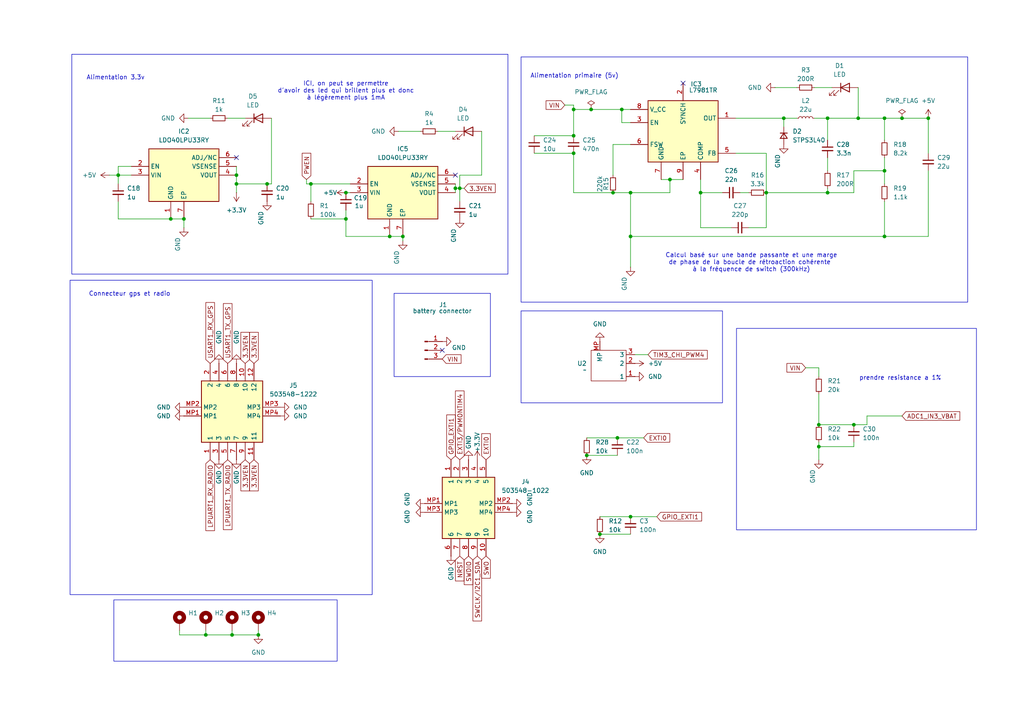
<source format=kicad_sch>
(kicad_sch (version 20231120) (generator "eeschema") (generator_version "8.0")
  (paper "A4")
  (lib_symbols
    (symbol "5035481022:503548-1022"
      (property "Reference" "J" (at 21.59 12.7 0))
      (property "Value" "503548-1022" (at 21.59 10.16 0))
      (symbol "503548-1022_1_1"
        (rectangle (start 5.08 7.62) (end 20.32 -10.16) (stroke (width 0.254)) (fill (type background)))
        (pin passive line (at 7.62 12.7 270) (length 5.08) (name "1") (number "1"))
        (pin passive line (at 17.78 -15.24 90) (length 5.08) (name "10") (number "10"))
        (pin passive line (at 10.16 12.7 270) (length 5.08) (name "2") (number "2"))
        (pin passive line (at 12.7 12.7 270) (length 5.08) (name "3") (number "3"))
        (pin passive line (at 15.24 12.7 270) (length 5.08) (name "4") (number "4"))
        (pin passive line (at 17.78 12.7 270) (length 5.08) (name "5") (number "5"))
        (pin passive line (at 7.62 -15.24 90) (length 5.08) (name "6") (number "6"))
        (pin passive line (at 10.16 -15.24 90) (length 5.08) (name "7") (number "7"))
        (pin passive line (at 12.7 -15.24 90) (length 5.08) (name "8") (number "8"))
        (pin passive line (at 15.24 -15.24 90) (length 5.08) (name "9") (number "9"))
        (pin passive line (at 0 0 0) (length 5.08) (name "MP1") (number "MP1"))
        (pin passive line (at 25.4 0 180) (length 5.08) (name "MP2") (number "MP2"))
        (pin passive line (at 0 -2.54 0) (length 5.08) (name "MP3") (number "MP3"))
        (pin passive line (at 25.4 -2.54 180) (length 5.08) (name "MP4") (number "MP4"))
      )
    )
    (symbol "5035481222:503548-1222"
      (property "Reference" "J" (at 24.13 12.7 0))
      (property "Value" "503548-1222" (at 24.13 10.16 0))
      (symbol "503548-1222_1_1"
        (rectangle (start 5.08 7.62) (end 22.86 -10.16) (stroke (width 0.254)) (fill (type background)))
        (pin passive line (at 7.62 -15.24 90) (length 5.08) (name "1") (number "1"))
        (pin passive line (at 17.78 12.7 270) (length 5.08) (name "10") (number "10"))
        (pin passive line (at 20.32 -15.24 90) (length 5.08) (name "11") (number "11"))
        (pin passive line (at 20.32 12.7 270) (length 5.08) (name "12") (number "12"))
        (pin passive line (at 7.62 12.7 270) (length 5.08) (name "2") (number "2"))
        (pin passive line (at 10.16 -15.24 90) (length 5.08) (name "3") (number "3"))
        (pin passive line (at 10.16 12.7 270) (length 5.08) (name "4") (number "4"))
        (pin passive line (at 12.7 -15.24 90) (length 5.08) (name "5") (number "5"))
        (pin passive line (at 12.7 12.7 270) (length 5.08) (name "6") (number "6"))
        (pin passive line (at 15.24 -15.24 90) (length 5.08) (name "7") (number "7"))
        (pin passive line (at 15.24 12.7 270) (length 5.08) (name "8") (number "8"))
        (pin passive line (at 17.78 -15.24 90) (length 5.08) (name "9") (number "9"))
        (pin passive line (at 0 -2.54 0) (length 5.08) (name "MP1") (number "MP1"))
        (pin passive line (at 0 0 0) (length 5.08) (name "MP2") (number "MP2"))
        (pin passive line (at 27.94 0 180) (length 5.08) (name "MP3") (number "MP3"))
        (pin passive line (at 27.94 -2.54 180) (length 5.08) (name "MP4") (number "MP4"))
      )
    )
    (symbol "Connector:Conn_01x03_Pin" (pin_names (offset 1.016) hide)
      (property "Reference" "J" (at 0 5.08 0))
      (property "Value" "Conn_01x03_Pin" (at 0 -5.08 0))
      (symbol "Conn_01x03_Pin_1_1"
        (polyline (pts (xy 1.27 -2.54) (xy 0.8636 -2.54)) (stroke (width 0.1524)))
        (polyline (pts (xy 1.27 0) (xy 0.8636 0)) (stroke (width 0.1524)))
        (polyline (pts (xy 1.27 2.54) (xy 0.8636 2.54)) (stroke (width 0.1524)))
        (rectangle (start 0.8636 -2.413) (end 0 -2.667) (stroke (width 0.1524)) (fill (type outline)))
        (rectangle (start 0.8636 0.127) (end 0 -0.127) (stroke (width 0.1524)) (fill (type outline)))
        (rectangle (start 0.8636 2.667) (end 0 2.413) (stroke (width 0.1524)) (fill (type outline)))
        (pin passive line (at 5.08 2.54 180) (length 3.81) (name "Pin_1") (number "1"))
        (pin passive line (at 5.08 0 180) (length 3.81) (name "Pin_2") (number "2"))
        (pin passive line (at 5.08 -2.54 180) (length 3.81) (name "Pin_3") (number "3"))
      )
    )
    (symbol "Device:C_Small" (pin_numbers hide) (pin_names (offset 0.254) hide)
      (property "Reference" "C" (at 0.254 1.778 0))
      (property "Value" "C_Small" (at 0.254 -2.032 0))
      (symbol "C_Small_0_1"
        (polyline (pts (xy -1.524 -0.508) (xy 1.524 -0.508)) (stroke (width 0.3302)))
        (polyline (pts (xy -1.524 0.508) (xy 1.524 0.508)) (stroke (width 0.3048)))
      )
      (symbol "C_Small_1_1"
        (pin passive line (at 0 2.54 270) (length 2.032) (name "~") (number "1"))
        (pin passive line (at 0 -2.54 90) (length 2.032) (name "~") (number "2"))
      )
    )
    (symbol "Device:D_Small" (pin_numbers hide) (pin_names (offset 0.254) hide)
      (property "Reference" "D" (at -1.27 2.032 0))
      (property "Value" "D_Small" (at -3.81 -2.032 0))
      (symbol "D_Small_0_1"
        (polyline (pts (xy -0.762 -1.016) (xy -0.762 1.016)) (stroke (width 0.254)))
        (polyline (pts (xy -0.762 0) (xy 0.762 0)))
        (polyline (pts (xy 0.762 -1.016) (xy -0.762 0) (xy 0.762 1.016) (xy 0.762 -1.016)) (stroke (width 0.254)))
      )
      (symbol "D_Small_1_1"
        (pin passive line (at -2.54 0 0) (length 1.778) (name "K") (number "1"))
        (pin passive line (at 2.54 0 180) (length 1.778) (name "A") (number "2"))
      )
    )
    (symbol "Device:LED" (pin_numbers hide) (pin_names (offset 1.016) hide)
      (property "Reference" "D" (at 0 2.54 0))
      (property "Value" "LED" (at 0 -2.54 0))
      (symbol "LED_0_1"
        (polyline (pts (xy -1.27 -1.27) (xy -1.27 1.27)) (stroke (width 0.254)))
        (polyline (pts (xy -1.27 0) (xy 1.27 0)))
        (polyline (pts (xy 1.27 -1.27) (xy 1.27 1.27) (xy -1.27 0) (xy 1.27 -1.27)) (stroke (width 0.254)))
        (polyline (pts (xy -3.048 -0.762) (xy -4.572 -2.286) (xy -3.81 -2.286) (xy -4.572 -2.286) (xy -4.572 -1.524)))
        (polyline (pts (xy -1.778 -0.762) (xy -3.302 -2.286) (xy -2.54 -2.286) (xy -3.302 -2.286) (xy -3.302 -1.524)))
      )
      (symbol "LED_1_1"
        (pin passive line (at -3.81 0 0) (length 2.54) (name "K") (number "1"))
        (pin passive line (at 3.81 0 180) (length 2.54) (name "A") (number "2"))
      )
    )
    (symbol "Device:L_Small" (pin_numbers hide) (pin_names (offset 0.254) hide)
      (property "Reference" "L" (at 0.762 1.016 0))
      (property "Value" "L_Small" (at 0.762 -1.016 0))
      (symbol "L_Small_0_1"
        (arc (start 0 -2.032) (mid 0.5058 -1.524) (end 0 -1.016))
        (arc (start 0 -1.016) (mid 0.5058 -0.508) (end 0 0))
        (arc (start 0 0) (mid 0.5058 0.508) (end 0 1.016))
        (arc (start 0 1.016) (mid 0.5058 1.524) (end 0 2.032))
      )
      (symbol "L_Small_1_1"
        (pin passive line (at 0 2.54 270) (length 0.508) (name "~") (number "1"))
        (pin passive line (at 0 -2.54 90) (length 0.508) (name "~") (number "2"))
      )
    )
    (symbol "Device:R_Small" (pin_numbers hide) (pin_names (offset 0.254) hide)
      (property "Reference" "R" (at 0.762 0.508 0))
      (property "Value" "R_Small" (at 0.762 -1.016 0))
      (symbol "R_Small_0_1"
        (rectangle (start -0.762 1.778) (end 0.762 -1.778) (stroke (width 0.2032)))
      )
      (symbol "R_Small_1_1"
        (pin passive line (at 0 2.54 270) (length 0.762) (name "~") (number "1"))
        (pin passive line (at 0 -2.54 90) (length 0.762) (name "~") (number "2"))
      )
    )
    (symbol "L7981TR_1"
      (property "Reference" "IC" (at 26.67 7.62 0))
      (property "Value" "L7981TR" (at 26.67 5.08 0))
      (symbol "L7981TR_1_1_1"
        (rectangle (start 5.08 2.54) (end 25.4 -15.24) (stroke (width 0.254)) (fill (type background)))
        (pin passive line (at 30.48 -2.54 180) (length 5.08) (name "OUT") (number "1"))
        (pin passive line (at 15.24 7.62 270) (length 5.08) (name "SYNCH") (number "2"))
        (pin passive line (at 0 -3.81 0) (length 5.08) (name "EN") (number "3"))
        (pin passive line (at 20.32 -20.32 90) (length 5.08) (name "COMP") (number "4"))
        (pin passive line (at 30.48 -12.7 180) (length 5.08) (name "FB") (number "5"))
        (pin passive line (at 0 -10.16 0) (length 5.08) (name "FSW") (number "6"))
        (pin passive line (at 8.89 -20.32 90) (length 5.08) (name "GND") (number "7"))
        (pin passive line (at 0 0 0) (length 5.08) (name "V_CC") (number "8"))
        (pin passive line (at 15.24 -20.32 90) (length 5.08) (name "EP") (number "9"))
      )
    )
    (symbol "LD040PURY:LDO40LPU33RY"
      (property "Reference" "IC5" (at 15.24 7.62 0))
      (property "Value" "LDO40LPU33RY" (at 15.24 5.08 0))
      (symbol "LDO40LPU33RY_1_1"
        (rectangle (start 5.08 2.54) (end 25.4 -12.7) (stroke (width 0.254)) (fill (type background)))
        (pin passive line (at 11.43 -17.78 90) (length 5.08) (name "GND") (number "1"))
        (pin passive line (at 0 -2.54 0) (length 5.08) (name "EN") (number "2"))
        (pin passive line (at 0 -5.08 0) (length 5.08) (name "VIN") (number "3"))
        (pin passive line (at 30.48 -5.08 180) (length 5.08) (name "VOUT") (number "4"))
        (pin passive line (at 30.48 -2.54 180) (length 5.08) (name "VSENSE") (number "5"))
        (pin passive line (at 30.48 0 180) (length 5.08) (name "ADJ/NC") (number "6"))
        (pin passive line (at 15.24 -17.78 90) (length 5.08) (name "EP") (number "7"))
      )
    )
    (symbol "LDO40LPU33RY_1"
      (property "Reference" "IC2" (at 15.24 7.62 0))
      (property "Value" "LDO40LPU33RY" (at 15.24 5.08 0))
      (symbol "LDO40LPU33RY_1_1_1"
        (rectangle (start 5.08 2.54) (end 25.4 -12.7) (stroke (width 0.254)) (fill (type background)))
        (pin passive line (at 11.43 -17.78 90) (length 5.08) (name "GND") (number "1"))
        (pin passive line (at 0 -2.54 0) (length 5.08) (name "EN") (number "2"))
        (pin passive line (at 0 -5.08 0) (length 5.08) (name "VIN") (number "3"))
        (pin passive line (at 30.48 -5.08 180) (length 5.08) (name "VOUT") (number "4"))
        (pin passive line (at 30.48 -2.54 180) (length 5.08) (name "VSENSE") (number "5"))
        (pin passive line (at 30.48 0 180) (length 5.08) (name "ADJ/NC") (number "6"))
        (pin passive line (at 15.24 -17.78 90) (length 5.08) (name "EP") (number "7"))
      )
    )
    (symbol "Mechanical:MountingHole_Pad" (pin_numbers hide) (pin_names (offset 1.016) hide) (exclude_from_sim yes) (in_bom no)
      (property "Reference" "H" (at 0 6.35 0))
      (property "Value" "MountingHole_Pad" (at 0 4.445 0))
      (symbol "MountingHole_Pad_0_1"
        (circle (center 0 1.27) (radius 1.27) (stroke (width 1.27)))
      )
      (symbol "MountingHole_Pad_1_1"
        (pin input line (at 0 -2.54 90) (length 2.54) (name "1") (number "1"))
      )
    )
    (symbol "jst_librairie:bm03b"
      (property "Reference" "U" (at 0 0 0))
      (symbol "bm03b_0_1"
        (rectangle (start -5.08 3.81) (end 5.08 -5.08))
      )
      (symbol "bm03b_1_1"
        (pin free line (at -7.62 2.54 0) (length 2.54) (name "1") (number "1"))
        (pin free line (at -7.62 -1.27 0) (length 2.54) (name "2") (number "2"))
        (pin free line (at -7.62 -3.81 0) (length 2.54) (name "3") (number "3"))
        (pin free line (at 2.54 -7.62 90) (length 2.54) (name "MP") (number "MP"))
      )
    )
    (symbol "power:+3.3V" (power) (pin_numbers hide) (pin_names (offset 0) hide)
      (property "Value" "+3.3V" (at 0 3.556 0))
      (symbol "+3.3V_0_1"
        (polyline (pts (xy -0.762 1.27) (xy 0 2.54)))
        (polyline (pts (xy 0 0) (xy 0 2.54)))
        (polyline (pts (xy 0 2.54) (xy 0.762 1.27)))
      )
      (symbol "+3.3V_1_1"
        (pin power_in line (at 0 0 90) (length 0) (name "~") (number "1"))
      )
    )
    (symbol "power:+5V" (power) (pin_numbers hide) (pin_names (offset 0) hide)
      (property "Value" "+5V" (at 0 3.556 0))
      (symbol "+5V_0_1"
        (polyline (pts (xy -0.762 1.27) (xy 0 2.54)))
        (polyline (pts (xy 0 0) (xy 0 2.54)))
        (polyline (pts (xy 0 2.54) (xy 0.762 1.27)))
      )
      (symbol "+5V_1_1"
        (pin power_in line (at 0 0 90) (length 0) (name "~") (number "1"))
      )
    )
    (symbol "power:GND" (power) (pin_numbers hide) (pin_names (offset 0) hide)
      (property "Value" "GND" (at 0 -3.81 0))
      (symbol "GND_0_1"
        (polyline (pts (xy 0 0) (xy 0 -1.27) (xy 1.27 -1.27) (xy 0 -2.54) (xy -1.27 -1.27) (xy 0 -1.27)))
      )
      (symbol "GND_1_1"
        (pin power_in line (at 0 0 270) (length 0) (name "~") (number "1"))
      )
    )
    (symbol "power:PWR_FLAG" (power) (pin_numbers hide) (pin_names (offset 0) hide)
      (property "Value" "PWR_FLAG" (at 0 3.81 0))
      (symbol "PWR_FLAG_0_0"
        (pin power_out line (at 0 0 90) (length 0) (name "~") (number "1"))
      )
      (symbol "PWR_FLAG_0_1"
        (polyline (pts (xy 0 0) (xy 0 1.27) (xy -1.016 1.905) (xy 0 2.54) (xy 1.016 1.905) (xy 0 1.27)))
      )
    )
  )
  (junction (at 68.58 53.34))
  (junction (at 171.45 31.75))
  (junction (at 77.47 53.34))
  (junction (at 166.37 39.37))
  (junction (at 240.03 55.88))
  (junction (at 180.34 31.75))
  (junction (at 222.25 55.88))
  (junction (at 166.37 31.75))
  (junction (at 90.17 53.34))
  (junction (at 237.49 123.19))
  (junction (at 67.31 184.15))
  (junction (at 100.33 55.88))
  (junction (at 194.31 52.07))
  (junction (at 34.29 50.8))
  (junction (at 248.92 34.29))
  (junction (at 166.37 44.45))
  (junction (at 256.54 49.53))
  (junction (at 179.07 127))
  (junction (at 100.33 63.5))
  (junction (at 240.03 34.29))
  (junction (at 173.99 154.94))
  (junction (at 182.88 68.58))
  (junction (at 182.88 55.88))
  (junction (at 132.08 54.61))
  (junction (at 49.53 63.5))
  (junction (at 182.88 149.86))
  (junction (at 269.24 34.29))
  (junction (at 59.69 184.15))
  (junction (at 133.35 54.61))
  (junction (at 170.18 132.08))
  (junction (at 227.33 34.29))
  (junction (at 177.8 55.88))
  (junction (at 256.54 34.29))
  (junction (at 256.54 68.58))
  (junction (at 237.49 129.54))
  (junction (at 116.84 68.58))
  (junction (at 53.34 63.5))
  (junction (at 247.65 123.19))
  (junction (at 113.03 68.58))
  (junction (at 261.62 34.29))
  (junction (at 203.2 55.88))
  (junction (at 74.93 184.15))
  (junction (at 68.58 50.8))
  (no_connect (at 68.58 45.72))
  (no_connect (at 128.27 101.6))
  (no_connect (at 132.08 50.8))
  (no_connect (at 198.12 24.13))
  (wire (pts (xy 170.18 132.08) (xy 179.07 132.08)))
  (wire (pts (xy 247.65 55.88) (xy 247.65 49.53)))
  (wire (pts (xy 133.35 54.61) (xy 134.62 54.61)))
  (wire (pts (xy 173.99 149.86) (xy 182.88 149.86)))
  (wire (pts (xy 237.49 106.68) (xy 233.68 106.68)))
  (wire (pts (xy 179.07 127) (xy 186.69 127)))
  (wire (pts (xy 177.8 41.91) (xy 177.8 50.8)))
  (wire (pts (xy 251.46 120.65) (xy 251.46 123.19)))
  (wire (pts (xy 247.65 49.53) (xy 256.54 49.53)))
  (wire (pts (xy 240.03 34.29) (xy 240.03 40.64)))
  (wire (pts (xy 236.22 25.4) (xy 241.3 25.4)))
  (wire (pts (xy 132.08 54.61) (xy 133.35 54.61)))
  (wire (pts (xy 191.77 52.07) (xy 194.31 52.07)))
  (wire (pts (xy 237.49 128.27) (xy 237.49 129.54)))
  (wire (pts (xy 34.29 50.8) (xy 38.1 50.8)))
  (wire (pts (xy 182.88 35.56) (xy 180.34 35.56)))
  (wire (pts (xy 166.37 30.48) (xy 163.83 30.48)))
  (wire (pts (xy 31.75 50.8) (xy 34.29 50.8)))
  (wire (pts (xy 237.49 109.22) (xy 237.49 106.68)))
  (wire (pts (xy 222.25 44.45) (xy 222.25 55.88)))
  (wire (pts (xy 52.07 184.15) (xy 52.07 182.88)))
  (wire (pts (xy 248.92 34.29) (xy 240.03 34.29)))
  (wire (pts (xy 182.88 41.91) (xy 177.8 41.91)))
  (wire (pts (xy 133.35 54.61) (xy 133.35 58.42)))
  (wire (pts (xy 67.31 184.15) (xy 74.93 184.15)))
  (wire (pts (xy 261.62 34.29) (xy 256.54 34.29)))
  (wire (pts (xy 180.34 31.75) (xy 171.45 31.75)))
  (wire (pts (xy 222.25 55.88) (xy 240.03 55.88)))
  (wire (pts (xy 182.88 77.47) (xy 182.88 68.58)))
  (wire (pts (xy 139.7 38.1) (xy 139.7 50.8)))
  (wire (pts (xy 54.61 34.29) (xy 60.96 34.29)))
  (wire (pts (xy 100.33 60.96) (xy 100.33 63.5)))
  (wire (pts (xy 194.31 52.07) (xy 198.12 52.07)))
  (wire (pts (xy 194.31 55.88) (xy 194.31 52.07)))
  (wire (pts (xy 203.2 55.88) (xy 209.55 55.88)))
  (wire (pts (xy 59.69 184.15) (xy 59.69 182.88)))
  (wire (pts (xy 139.7 50.8) (xy 133.35 50.8)))
  (wire (pts (xy 269.24 34.29) (xy 261.62 34.29)))
  (wire (pts (xy 68.58 48.26) (xy 68.58 50.8)))
  (wire (pts (xy 213.36 44.45) (xy 222.25 44.45)))
  (wire (pts (xy 53.34 66.04) (xy 53.34 63.5)))
  (wire (pts (xy 154.94 39.37) (xy 166.37 39.37)))
  (wire (pts (xy 237.49 129.54) (xy 237.49 133.35)))
  (wire (pts (xy 256.54 58.42) (xy 256.54 68.58)))
  (wire (pts (xy 203.2 66.04) (xy 203.2 55.88)))
  (wire (pts (xy 182.88 68.58) (xy 182.88 55.88)))
  (wire (pts (xy 256.54 68.58) (xy 269.24 68.58)))
  (wire (pts (xy 173.99 154.94) (xy 182.88 154.94)))
  (wire (pts (xy 227.33 34.29) (xy 227.33 36.83)))
  (wire (pts (xy 100.33 68.58) (xy 113.03 68.58)))
  (wire (pts (xy 68.58 53.34) (xy 68.58 55.88)))
  (wire (pts (xy 34.29 58.42) (xy 34.29 63.5)))
  (wire (pts (xy 133.35 50.8) (xy 133.35 54.61)))
  (wire (pts (xy 240.03 55.88) (xy 240.03 54.61)))
  (wire (pts (xy 100.33 55.88) (xy 101.6 55.88)))
  (wire (pts (xy 166.37 31.75) (xy 166.37 39.37)))
  (wire (pts (xy 247.65 128.27) (xy 247.65 129.54)))
  (wire (pts (xy 237.49 114.3) (xy 237.49 123.19)))
  (wire (pts (xy 113.03 68.58) (xy 116.84 68.58)))
  (wire (pts (xy 74.93 182.88) (xy 74.93 184.15)))
  (wire (pts (xy 116.84 69.85) (xy 116.84 68.58)))
  (wire (pts (xy 212.09 66.04) (xy 203.2 66.04)))
  (wire (pts (xy 171.45 31.75) (xy 166.37 31.75)))
  (wire (pts (xy 59.69 184.15) (xy 67.31 184.15)))
  (wire (pts (xy 256.54 68.58) (xy 182.88 68.58)))
  (wire (pts (xy 67.31 182.88) (xy 67.31 184.15)))
  (wire (pts (xy 182.88 55.88) (xy 194.31 55.88)))
  (wire (pts (xy 184.15 102.87) (xy 187.96 102.87)))
  (wire (pts (xy 166.37 30.48) (xy 166.37 31.75)))
  (wire (pts (xy 240.03 55.88) (xy 247.65 55.88)))
  (wire (pts (xy 68.58 50.8) (xy 68.58 53.34)))
  (wire (pts (xy 90.17 53.34) (xy 101.6 53.34)))
  (wire (pts (xy 132.08 53.34) (xy 132.08 54.61)))
  (wire (pts (xy 203.2 55.88) (xy 203.2 52.07)))
  (wire (pts (xy 49.53 63.5) (xy 53.34 63.5)))
  (wire (pts (xy 182.88 31.75) (xy 180.34 31.75)))
  (wire (pts (xy 52.07 184.15) (xy 59.69 184.15)))
  (wire (pts (xy 88.9 52.07) (xy 88.9 53.34)))
  (wire (pts (xy 90.17 53.34) (xy 90.17 58.42)))
  (wire (pts (xy 115.57 38.1) (xy 121.92 38.1)))
  (wire (pts (xy 127 38.1) (xy 132.08 38.1)))
  (wire (pts (xy 78.74 34.29) (xy 78.74 53.34)))
  (wire (pts (xy 34.29 63.5) (xy 49.53 63.5)))
  (wire (pts (xy 182.88 149.86) (xy 190.5 149.86)))
  (wire (pts (xy 256.54 49.53) (xy 256.54 53.34)))
  (wire (pts (xy 256.54 45.72) (xy 256.54 49.53)))
  (wire (pts (xy 269.24 68.58) (xy 269.24 49.53)))
  (wire (pts (xy 240.03 45.72) (xy 240.03 49.53)))
  (wire (pts (xy 247.65 129.54) (xy 237.49 129.54)))
  (wire (pts (xy 261.62 120.65) (xy 251.46 120.65)))
  (wire (pts (xy 88.9 53.34) (xy 90.17 53.34)))
  (wire (pts (xy 68.58 53.34) (xy 77.47 53.34)))
  (wire (pts (xy 237.49 123.19) (xy 247.65 123.19)))
  (wire (pts (xy 227.33 34.29) (xy 231.14 34.29)))
  (wire (pts (xy 34.29 50.8) (xy 34.29 53.34)))
  (wire (pts (xy 132.08 54.61) (xy 132.08 55.88)))
  (wire (pts (xy 34.29 48.26) (xy 34.29 50.8)))
  (wire (pts (xy 251.46 123.19) (xy 247.65 123.19)))
  (wire (pts (xy 180.34 35.56) (xy 180.34 31.75)))
  (wire (pts (xy 154.94 44.45) (xy 166.37 44.45)))
  (wire (pts (xy 166.37 55.88) (xy 177.8 55.88)))
  (wire (pts (xy 213.36 34.29) (xy 227.33 34.29)))
  (wire (pts (xy 100.33 63.5) (xy 100.33 68.58)))
  (wire (pts (xy 166.37 44.45) (xy 166.37 55.88)))
  (wire (pts (xy 214.63 55.88) (xy 217.17 55.88)))
  (wire (pts (xy 78.74 53.34) (xy 77.47 53.34)))
  (wire (pts (xy 236.22 34.29) (xy 240.03 34.29)))
  (wire (pts (xy 248.92 25.4) (xy 248.92 34.29)))
  (wire (pts (xy 170.18 127) (xy 179.07 127)))
  (wire (pts (xy 38.1 48.26) (xy 34.29 48.26)))
  (wire (pts (xy 256.54 34.29) (xy 248.92 34.29)))
  (wire (pts (xy 66.04 34.29) (xy 71.12 34.29)))
  (wire (pts (xy 177.8 55.88) (xy 182.88 55.88)))
  (wire (pts (xy 90.17 63.5) (xy 100.33 63.5)))
  (wire (pts (xy 222.25 66.04) (xy 217.17 66.04)))
  (wire (pts (xy 224.79 25.4) (xy 231.14 25.4)))
  (wire (pts (xy 269.24 44.45) (xy 269.24 34.29)))
  (wire (pts (xy 222.25 55.88) (xy 222.25 66.04)))
  (wire (pts (xy 256.54 40.64) (xy 256.54 34.29)))
  (rectangle (start 114.3 85.09) (end 142.24 109.22))
  (rectangle (start 151.13 90.17) (end 209.55 116.84))
  (rectangle (start 151.13 16.51) (end 280.67 87.63))
  (rectangle (start 33.02 173.99) (end 97.79 191.77))
  (rectangle (start 20.828 15.748) (end 147.32 79.502))
  (rectangle (start 213.614 95.25) (end 283.21 153.67))
  (rectangle (start 20.32 81.28) (end 107.95 172.466))
  (text "Alimentation primaire (5v)" (at 166.624 22.098 0) (effects (font (size 1.27 1.27))))
  (text "Alimentation 3.3v" (at 33.528 22.606 0) (effects (font (size 1.27 1.27))))
  (text "prendre resistance a 1%\n" (at 261.112 109.728 0) (effects (font (size 1.27 1.27))))
  (text "Connecteur gps et radio" (at 37.592 85.344 0) (effects (font (size 1.27 1.27))))
  (text "ICI, on peut se permettre\nd'avoir des led qui brillent plus et donc\nà légèrement plus 1mA" (at 100.33 26.416 0) (effects (font (size 1.27 1.27))))
  (text "Calcul basé sur une bande passante et une marge\nde phase de la boucle de rétroaction cohérente \nà la fréquence de switch (300kHz)" (at 217.932 76.2 0) (effects (font (size 1.27 1.27))))
  (global_label "SWDIO" (shape input) (at 135.89 161.29 270) (property "Intersheetrefs" "${INTERSHEET_REFS}" (effects (hide yes))))
  (global_label "SWO" (shape input) (at 140.97 161.29 270) (property "Intersheetrefs" "${INTERSHEET_REFS}" (effects (hide yes))))
  (global_label "3.3VEN" (shape input) (at 71.12 133.35 270) (property "Intersheetrefs" "${INTERSHEET_REFS}" (effects (hide yes))))
  (global_label "LPUART1_RX_RADIO" (shape input) (at 60.96 133.35 270) (property "Intersheetrefs" "${INTERSHEET_REFS}" (effects (hide yes))))
  (global_label "3.3VEN" (shape input) (at 71.12 105.41 90) (property "Intersheetrefs" "${INTERSHEET_REFS}" (effects (hide yes))))
  (global_label "GPIO_EXTI1" (shape input) (at 190.5 149.86 0) (property "Intersheetrefs" "${INTERSHEET_REFS}" (effects (hide yes))))
  (global_label "VIN" (shape input) (at 233.68 106.68 180) (property "Intersheetrefs" "${INTERSHEET_REFS}" (effects (hide yes))))
  (global_label "3.3VEN" (shape input) (at 73.66 133.35 270) (property "Intersheetrefs" "${INTERSHEET_REFS}" (effects (hide yes))))
  (global_label "USART1_TX_GPS" (shape input) (at 66.04 105.41 90) (property "Intersheetrefs" "${INTERSHEET_REFS}" (effects (hide yes))))
  (global_label "3.3VEN" (shape input) (at 134.62 54.61 0) (property "Intersheetrefs" "${INTERSHEET_REFS}" (effects (hide yes))))
  (global_label "3.3VEN" (shape input) (at 73.66 105.41 90) (property "Intersheetrefs" "${INTERSHEET_REFS}" (effects (hide yes))))
  (global_label "TIM3_CHI_PWM4" (shape input) (at 187.96 102.87 0) (property "Intersheetrefs" "${INTERSHEET_REFS}" (effects (hide yes))))
  (global_label "USART1_RX_GPS" (shape input) (at 60.96 105.41 90) (property "Intersheetrefs" "${INTERSHEET_REFS}" (effects (hide yes))))
  (global_label "ADC1_IN3_VBAT" (shape input) (at 261.62 120.65 0) (property "Intersheetrefs" "${INTERSHEET_REFS}" (effects (hide yes))))
  (global_label "EXTI0" (shape input) (at 140.97 133.35 90) (property "Intersheetrefs" "${INTERSHEET_REFS}" (effects (hide yes))))
  (global_label "VIN" (shape input) (at 163.83 30.48 180) (property "Intersheetrefs" "${INTERSHEET_REFS}" (effects (hide yes))))
  (global_label "EXTI3{slash}PWMONTIM4" (shape input) (at 133.35 133.35 90) (property "Intersheetrefs" "${INTERSHEET_REFS}" (effects (hide yes))))
  (global_label "GPIO_EXTI1" (shape input) (at 130.81 133.35 90) (property "Intersheetrefs" "${INTERSHEET_REFS}" (effects (hide yes))))
  (global_label "PWEN" (shape input) (at 88.9 52.07 90) (property "Intersheetrefs" "${INTERSHEET_REFS}" (effects (hide yes))))
  (global_label "VIN" (shape input) (at 128.27 104.14 0) (property "Intersheetrefs" "${INTERSHEET_REFS}" (effects (hide yes))))
  (global_label "EXTI0" (shape input) (at 186.69 127 0) (property "Intersheetrefs" "${INTERSHEET_REFS}" (effects (hide yes))))
  (global_label "NRST" (shape input) (at 133.35 161.29 270) (property "Intersheetrefs" "${INTERSHEET_REFS}" (effects (hide yes))))
  (global_label "LPUART1_TX_RADIO" (shape input) (at 66.04 133.35 270) (property "Intersheetrefs" "${INTERSHEET_REFS}" (effects (hide yes))))
  (global_label "SWCLK{slash}I2C1_SDA" (shape input) (at 138.43 161.29 270) (property "Intersheetrefs" "${INTERSHEET_REFS}" (effects (hide yes))))
  (symbol (lib_id "Device:D_Small") (at 227.33 39.37 270) (unit 1)
    (property "Reference" "D2" (at 229.87 38.0999 90) (effects (justify left)))
    (property "Value" "STPS3L40" (at 229.87 40.6399 90) (effects (justify left)))
    (property "Footprint" "Diode_SMD:D_SMB_Handsoldering" (effects (hide yes)))
    (property "Description" "Diode, small symbol" (effects (hide yes)))
    (property "Sim.Device" "D" (effects (hide yes)))
    (property "Sim.Pins" "1=K 2=A" (effects (hide yes)))
  )
  (symbol (lib_id "power:GND") (at 224.79 25.4 270) (unit 1)
    (property "Reference" "#PWR04" (effects (hide yes)))
    (property "Value" "GND" (at 220.98 25.3999 90) (effects (justify right)))
    (property "Description" "Power symbol creates a global label with name \"GND\" , ground" (effects (hide yes)))
  )
  (symbol (lib_id "power:GND") (at 184.15 109.22 90) (unit 1)
    (property "Reference" "#PWR048" (effects (hide yes)))
    (property "Value" "GND" (at 187.96 109.22 90) (effects (justify right)))
    (property "Description" "Power symbol creates a global label with name \"GND\" , ground" (effects (hide yes)))
  )
  (symbol (lib_id "power:GND") (at 237.49 133.35 0) (unit 1)
    (property "Reference" "#PWR039" (effects (hide yes)))
    (property "Value" "GND" (at 235.712 136.144 90) (effects (justify right)))
    (property "Description" "Power symbol creates a global label with name \"GND\" , ground" (effects (hide yes)))
  )
  (symbol (lib_id "Device:C_Small") (at 133.35 60.96 0) (unit 1)
    (property "Reference" "C21" (at 135.89 59.6962 0) (effects (justify left)))
    (property "Value" "1u" (at 135.89 62.2362 0) (effects (justify left)))
    (property "Footprint" "Capacitor_SMD:C_0402_1005Metric_Pad0.74x0.62mm_HandSolder" (effects (hide yes)))
    (property "Description" "Unpolarized capacitor, small symbol" (effects (hide yes)))
  )
  (symbol (lib_id "Device:R_Small") (at 240.03 52.07 0) (unit 1)
    (property "Reference" "R17" (at 242.57 50.7999 0) (effects (justify left)))
    (property "Value" "200R" (at 242.57 53.3399 0) (effects (justify left)))
    (property "Footprint" "Resistor_SMD:R_0402_1005Metric_Pad0.72x0.64mm_HandSolder" (effects (hide yes)))
    (property "Description" "Resistor, small symbol" (effects (hide yes)))
  )
  (symbol (lib_id "power:+5V") (at 269.24 34.29 0) (unit 1)
    (property "Reference" "#PWR029" (effects (hide yes)))
    (property "Value" "+5V" (at 269.24 29.21 0))
    (property "Description" "Power symbol creates a global label with name \"+5V\"" (effects (hide yes)))
  )
  (symbol (lib_id "Device:LED") (at 135.89 38.1 0) (unit 1)
    (property "Reference" "D4" (at 134.3025 31.75 0))
    (property "Value" "LED" (at 134.3025 34.29 0))
    (property "Footprint" "LED_SMD:LED_0603_1608Metric_Pad1.05x0.95mm_HandSolder" (effects (hide yes)))
    (property "Description" "Light emitting diode" (effects (hide yes)))
  )
  (symbol (lib_id "power:GND") (at 53.34 66.04 0) (unit 1)
    (property "Reference" "#PWR045" (effects (hide yes)))
    (property "Value" "GND" (at 51.562 68.834 90) (effects (justify right)))
    (property "Description" "Power symbol creates a global label with name \"GND\" , ground" (effects (hide yes)))
  )
  (symbol (lib_id "Device:LED") (at 245.11 25.4 0) (unit 1)
    (property "Reference" "D1" (at 243.5225 19.05 0))
    (property "Value" "LED" (at 243.5225 21.59 0))
    (property "Footprint" "LED_SMD:LED_0603_1608Metric_Pad1.05x0.95mm_HandSolder" (effects (hide yes)))
    (property "Description" "Light emitting diode" (effects (hide yes)))
  )
  (symbol (lib_id "power:GND") (at 182.88 77.47 0) (unit 1)
    (property "Reference" "#PWR025" (effects (hide yes)))
    (property "Value" "GND" (at 181.102 80.264 90) (effects (justify right)))
    (property "Description" "Power symbol creates a global label with name \"GND\" , ground" (effects (hide yes)))
  )
  (symbol (lib_id "power:GND") (at 173.99 154.94 0) (unit 1)
    (property "Reference" "#PWR055" (effects (hide yes)))
    (property "Value" "GND" (at 173.99 160.02 0))
    (property "Description" "Power symbol creates a global label with name \"GND\" , ground" (effects (hide yes)))
  )
  (symbol (lib_id "Device:R_Small") (at 256.54 43.18 0) (unit 1)
    (property "Reference" "R18" (at 259.08 41.9099 0) (effects (justify left)))
    (property "Value" "8.2k" (at 259.08 44.4499 0) (effects (justify left)))
    (property "Footprint" "Resistor_SMD:R_0402_1005Metric_Pad0.72x0.64mm_HandSolder" (effects (hide yes)))
    (property "Description" "Resistor, small symbol" (effects (hide yes)))
  )
  (symbol (lib_id "Device:R_Small") (at 124.46 38.1 90) (unit 1)
    (property "Reference" "R4" (at 124.46 33.02 90))
    (property "Value" "1k" (at 124.46 35.56 90))
    (property "Footprint" "Resistor_SMD:R_0402_1005Metric_Pad0.72x0.64mm_HandSolder" (effects (hide yes)))
    (property "Description" "Resistor, small symbol" (effects (hide yes)))
  )
  (symbol (lib_id "power:GND") (at 68.58 105.41 180) (unit 1)
    (property "Reference" "#PWR058" (effects (hide yes)))
    (property "Value" "GND" (at 68.58 97.79 90))
    (property "Description" "Power symbol creates a global label with name \"GND\" , ground" (effects (hide yes)))
  )
  (symbol (lib_id "power:GND") (at 128.27 99.06 90) (unit 1)
    (property "Reference" "#PWR031" (effects (hide yes)))
    (property "Value" "GND" (at 131.064 100.838 90) (effects (justify right)))
    (property "Description" "Power symbol creates a global label with name \"GND\" , ground" (effects (hide yes)))
  )
  (symbol (lib_id "power:PWR_FLAG") (at 261.62 34.29 0) (unit 1)
    (property "Reference" "#FLG05" (effects (hide yes)))
    (property "Value" "PWR_FLAG" (at 261.62 29.21 0))
    (property "Description" "Special symbol for telling ERC where power comes from" (effects (hide yes)))
  )
  (symbol (lib_id "Device:R_Small") (at 90.17 60.96 0) (unit 1)
    (property "Reference" "R1" (at 92.71 59.6899 0) (effects (justify left)))
    (property "Value" "100k" (at 92.71 62.2299 0) (effects (justify left)))
    (property "Footprint" "Resistor_SMD:R_0402_1005Metric_Pad0.72x0.64mm_HandSolder" (effects (hide yes)))
    (property "Description" "Resistor, small symbol" (effects (hide yes)))
  )
  (symbol (lib_name "L7981TR_1") (lib_id "L7981TR:L7981TR") (at 182.88 31.75 0) (unit 1)
    (property "Reference" "IC3" (at 201.93 24.384 0))
    (property "Value" "L7981TR" (at 203.962 26.162 0))
    (property "Footprint" "l7981:SON50P300X300X100-9N-D" (effects (hide yes)))
    (property "Datasheet" "https://www.st.com/resource/en/datasheet/l7981.pdf" (effects (hide yes)))
    (property "Description" "Conv DC-DC 4.5V to 28V Synchronous Step Down Single-Out 0.6V to 28V 3A 8-Pin VFQFPN T/R" (effects (hide yes)))
    (property "Height" "1" (effects (hide yes)))
    (property "Manufacturer_Name" "STMicroelectronics" (effects (hide yes)))
    (property "Manufacturer_Part_Number" "L7981TR" (effects (hide yes)))
    (property "Mouser Part Number" "511-L7981TR" (effects (hide yes)))
    (property "Mouser Price/Stock" "https://www.mouser.co.uk/ProductDetail/STMicroelectronics/L7981TR?qs=G5few1MRhWqTaPtAUnDRAw%3D%3D" (effects (hide yes)))
    (property "Arrow Part Number" "L7981TR" (effects (hide yes)))
    (property "Arrow Price/Stock" "https://www.arrow.com/en/products/l7981tr/stmicroelectronics" (effects (hide yes)))
  )
  (symbol (lib_id "Connector:Conn_01x03_Pin") (at 123.19 101.6 0) (unit 1)
    (property "Reference" "J1" (at 128.524 88.392 0))
    (property "Value" "battery connector" (at 128.27 90.17 0))
    (property "Footprint" "Connector_JST:JST_XH_B3B-XH-AM_1x03_P2.50mm_Vertical" (effects (hide yes)))
    (property "Description" "Generic connector, single row, 01x03, script generated" (effects (hide yes)))
  )
  (symbol (lib_id "power:GND") (at 148.59 146.05 90) (unit 1)
    (property "Reference" "#PWR051" (effects (hide yes)))
    (property "Value" "GND" (at 153.67 144.78 0))
    (property "Description" "Power symbol creates a global label with name \"GND\" , ground" (effects (hide yes)))
  )
  (symbol (lib_id "power:GND") (at 81.28 118.11 90) (unit 1)
    (property "Reference" "#PWR036" (effects (hide yes)))
    (property "Value" "GND" (at 85.09 118.1099 90) (effects (justify right)))
    (property "Description" "Power symbol creates a global label with name \"GND\" , ground" (effects (hide yes)))
  )
  (symbol (lib_id "Device:C_Small") (at 77.47 55.88 0) (unit 1)
    (property "Reference" "C20" (at 80.01 54.6162 0) (effects (justify left)))
    (property "Value" "1u" (at 80.01 57.1562 0) (effects (justify left)))
    (property "Footprint" "Capacitor_SMD:C_0402_1005Metric_Pad0.74x0.62mm_HandSolder" (effects (hide yes)))
    (property "Description" "Unpolarized capacitor, small symbol" (effects (hide yes)))
  )
  (symbol (lib_id "Device:C_Small") (at 212.09 55.88 90) (unit 1)
    (property "Reference" "C26" (at 212.0963 49.53 90))
    (property "Value" "22n" (at 212.0963 52.07 90))
    (property "Footprint" "Capacitor_SMD:C_0402_1005Metric_Pad0.74x0.62mm_HandSolder" (effects (hide yes)))
    (property "Description" "Unpolarized capacitor, small symbol" (effects (hide yes)))
  )
  (symbol (lib_id "power:GND") (at 170.18 132.08 0) (unit 1)
    (property "Reference" "#PWR064" (effects (hide yes)))
    (property "Value" "GND" (at 170.18 137.16 0))
    (property "Description" "Power symbol creates a global label with name \"GND\" , ground" (effects (hide yes)))
  )
  (symbol (lib_id "power:GND") (at 130.81 161.29 0) (unit 1)
    (property "Reference" "#PWR062" (effects (hide yes)))
    (property "Value" "GND" (at 130.81 166.37 90))
    (property "Description" "Power symbol creates a global label with name \"GND\" , ground" (effects (hide yes)))
  )
  (symbol (lib_id "power:GND") (at 53.34 120.65 270) (unit 1)
    (property "Reference" "#PWR034" (effects (hide yes)))
    (property "Value" "GND" (at 49.53 120.6499 90) (effects (justify right)))
    (property "Description" "Power symbol creates a global label with name \"GND\" , ground" (effects (hide yes)))
  )
  (symbol (lib_id "Device:R_Small") (at 173.99 152.4 180) (unit 1)
    (property "Reference" "R12" (at 176.53 151.1299 0) (effects (justify right)))
    (property "Value" "10k" (at 176.53 153.6699 0) (effects (justify right)))
    (property "Footprint" "Resistor_SMD:R_0402_1005Metric_Pad0.72x0.64mm_HandSolder" (effects (hide yes)))
    (property "Description" "Resistor, small symbol" (effects (hide yes)))
  )
  (symbol (lib_id "Device:C_Small") (at 166.37 41.91 0) (unit 1)
    (property "Reference" "C25" (at 168.91 40.6462 0) (effects (justify left)))
    (property "Value" "470n" (at 168.91 43.1862 0) (effects (justify left)))
    (property "Footprint" "Capacitor_SMD:C_0402_1005Metric_Pad0.74x0.62mm_HandSolder" (effects (hide yes)))
    (property "Description" "Unpolarized capacitor, small symbol" (effects (hide yes)))
  )
  (symbol (lib_id "power:GND") (at 74.93 184.15 0) (unit 1)
    (property "Reference" "#PWR061" (effects (hide yes)))
    (property "Value" "GND" (at 74.93 189.23 0))
    (property "Description" "Power symbol creates a global label with name \"GND\" , ground" (effects (hide yes)))
  )
  (symbol (lib_id "Device:C_Small") (at 179.07 129.54 180) (unit 1)
    (property "Reference" "C22" (at 181.61 128.2635 0) (effects (justify right)))
    (property "Value" "100n" (at 181.61 130.8035 0) (effects (justify right)))
    (property "Footprint" "Capacitor_SMD:C_0402_1005Metric_Pad0.74x0.62mm_HandSolder" (effects (hide yes)))
    (property "Description" "Unpolarized capacitor, small symbol" (effects (hide yes)))
  )
  (symbol (lib_id "Mechanical:MountingHole_Pad") (at 67.31 180.34 0) (unit 1) (exclude_from_sim yes) (in_bom no)
    (property "Reference" "H3" (at 69.85 177.7999 0) (effects (justify left)))
    (property "Value" "MountingHole_Pad" (effects (hide yes)))
    (property "Footprint" "custom hole:mountinghole1.2mm" (effects (hide yes)))
    (property "Description" "Mounting Hole with connection" (effects (hide yes)))
  )
  (symbol (lib_id "Device:L_Small") (at 233.68 34.29 90) (unit 1)
    (property "Reference" "L2" (at 233.68 29.21 90))
    (property "Value" "22u" (at 233.68 31.75 90))
    (property "Footprint" "inductance wurth:INDPM7373X340N" (effects (hide yes)))
    (property "Description" "Inductor, small symbol" (effects (hide yes)))
  )
  (symbol (lib_id "Device:R_Small") (at 219.71 55.88 90) (unit 1)
    (property "Reference" "R16" (at 219.71 50.8 90))
    (property "Value" "3.3k" (at 219.71 53.34 90))
    (property "Footprint" "Resistor_SMD:R_0402_1005Metric_Pad0.72x0.64mm_HandSolder" (effects (hide yes)))
    (property "Description" "Resistor, small symbol" (effects (hide yes)))
  )
  (symbol (lib_id "power:GND") (at 227.33 41.91 0) (unit 1)
    (property "Reference" "#PWR028" (effects (hide yes)))
    (property "Value" "GND" (at 225.552 44.704 90) (effects (justify right)))
    (property "Description" "Power symbol creates a global label with name \"GND\" , ground" (effects (hide yes)))
  )
  (symbol (lib_id "Device:C_Small") (at 269.24 46.99 0) (unit 1)
    (property "Reference" "C29" (at 271.78 45.7262 0) (effects (justify left)))
    (property "Value" "22u" (at 271.78 48.2662 0) (effects (justify left)))
    (property "Footprint" "Capacitor_SMD:C_1210_3225Metric_Pad1.33x2.70mm_HandSolder" (effects (hide yes)))
    (property "Description" "Unpolarized capacitor, small symbol" (effects (hide yes)))
  )
  (symbol (lib_id "LD040PURY:LDO40LPU33RY") (at 101.6 50.8 0) (unit 1)
    (property "Reference" "IC5" (at 116.84 43.18 0))
    (property "Value" "LDO40LPU33RY" (at 116.84 45.72 0))
    (property "Footprint" "ldo40pury:SON95P300X300X90-7N-D" (effects (hide yes)))
    (property "Datasheet" "https://www.st.com/resource/en/datasheet/ldo40l.pdf" (effects (hide yes)))
    (property "Description" "LDO Voltage Regulators POWER MANAGEMENT" (effects (hide yes)))
    (property "Height" "0.9" (effects (hide yes)))
    (property "Manufacturer_Name" "STMicroelectronics" (effects (hide yes)))
    (property "Manufacturer_Part_Number" "LDO40LPU33RY" (effects (hide yes)))
    (property "Mouser Part Number" "511-LDO40LPU33RY" (effects (hide yes)))
    (property "Mouser Price/Stock" "https://www.mouser.co.uk/ProductDetail/STMicroelectronics/LDO40LPU33RY?qs=qSfuJ%252Bfl%2Fd5qazWclm%2Ffpg%3D%3D" (effects (hide yes)))
    (property "Arrow Part Number" "LDO40LPU33RY" (effects (hide yes)))
    (property "Arrow Price/Stock" "https://www.arrow.com/en/products/ldo40lpu33ry/stmicroelectronics?utm_currency=USD&region=europe" (effects (hide yes)))
  )
  (symbol (lib_id "power:GND") (at 173.99 99.06 180) (unit 1)
    (property "Reference" "#PWR049" (effects (hide yes)))
    (property "Value" "GND" (at 173.99 93.98 0))
    (property "Description" "Power symbol creates a global label with name \"GND\" , ground" (effects (hide yes)))
  )
  (symbol (lib_id "Device:C_Small") (at 34.29 55.88 0) (unit 1)
    (property "Reference" "C18" (at 36.83 54.6162 0) (effects (justify left)))
    (property "Value" "1u" (at 36.83 57.1562 0) (effects (justify left)))
    (property "Footprint" "Capacitor_SMD:C_0402_1005Metric_Pad0.74x0.62mm_HandSolder" (effects (hide yes)))
    (property "Description" "Unpolarized capacitor, small symbol" (effects (hide yes)))
  )
  (symbol (lib_id "Device:C_Small") (at 214.63 66.04 90) (unit 1)
    (property "Reference" "C27" (at 214.6363 59.69 90))
    (property "Value" "220p" (at 214.6363 62.23 90))
    (property "Footprint" "Capacitor_SMD:C_0402_1005Metric_Pad0.74x0.62mm_HandSolder" (effects (hide yes)))
    (property "Description" "Unpolarized capacitor, small symbol" (effects (hide yes)))
  )
  (symbol (lib_id "power:PWR_FLAG") (at 171.45 31.75 0) (unit 1)
    (property "Reference" "#FLG04" (effects (hide yes)))
    (property "Value" "PWR_FLAG" (at 171.45 26.67 0))
    (property "Description" "Special symbol for telling ERC where power comes from" (effects (hide yes)))
  )
  (symbol (lib_id "power:+3.3V") (at 138.43 133.35 0) (unit 1)
    (property "Reference" "#PWR056" (effects (hide yes)))
    (property "Value" "+3.3V" (at 138.43 128.27 90))
    (property "Description" "Power symbol creates a global label with name \"+3.3V\"" (effects (hide yes)))
  )
  (symbol (lib_id "power:GND") (at 133.35 63.5 0) (unit 1)
    (property "Reference" "#PWR054" (effects (hide yes)))
    (property "Value" "GND" (at 131.572 66.294 90) (effects (justify right)))
    (property "Description" "Power symbol creates a global label with name \"GND\" , ground" (effects (hide yes)))
  )
  (symbol (lib_id "power:+3.3V") (at 68.58 55.88 180) (unit 1)
    (property "Reference" "#PWR027" (effects (hide yes)))
    (property "Value" "+3.3V" (at 68.58 60.96 0))
    (property "Description" "Power symbol creates a global label with name \"+3.3V\"" (effects (hide yes)))
  )
  (symbol (lib_id "power:GND") (at 53.34 118.11 270) (unit 1)
    (property "Reference" "#PWR033" (effects (hide yes)))
    (property "Value" "GND" (at 49.53 118.1099 90) (effects (justify right)))
    (property "Description" "Power symbol creates a global label with name \"GND\" , ground" (effects (hide yes)))
  )
  (symbol (lib_id "power:GND") (at 77.47 58.42 0) (unit 1)
    (property "Reference" "#PWR053" (effects (hide yes)))
    (property "Value" "GND" (at 75.692 61.214 90) (effects (justify right)))
    (property "Description" "Power symbol creates a global label with name \"GND\" , ground" (effects (hide yes)))
  )
  (symbol (lib_id "power:GND") (at 115.57 38.1 270) (unit 1)
    (property "Reference" "#PWR05" (effects (hide yes)))
    (property "Value" "GND" (at 111.76 38.0999 90) (effects (justify right)))
    (property "Description" "Power symbol creates a global label with name \"GND\" , ground" (effects (hide yes)))
  )
  (symbol (lib_id "Device:R_Small") (at 237.49 111.76 180) (unit 1)
    (property "Reference" "R21" (at 240.03 110.4899 0) (effects (justify right)))
    (property "Value" "20k" (at 240.03 113.0299 0) (effects (justify right)))
    (property "Footprint" "Resistor_SMD:R_0402_1005Metric_Pad0.72x0.64mm_HandSolder" (effects (hide yes)))
    (property "Description" "Resistor, small symbol" (effects (hide yes)))
  )
  (symbol (lib_id "Device:C_Small") (at 182.88 152.4 180) (unit 1)
    (property "Reference" "C3" (at 185.42 151.1235 0) (effects (justify right)))
    (property "Value" "100n" (at 185.42 153.6635 0) (effects (justify right)))
    (property "Footprint" "Capacitor_SMD:C_0402_1005Metric_Pad0.74x0.62mm_HandSolder" (effects (hide yes)))
    (property "Description" "Unpolarized capacitor, small symbol" (effects (hide yes)))
  )
  (symbol (lib_id "Device:R_Small") (at 233.68 25.4 90) (unit 1)
    (property "Reference" "R3" (at 233.68 20.32 90))
    (property "Value" "200R" (at 233.68 22.86 90))
    (property "Footprint" "Resistor_SMD:R_0402_1005Metric_Pad0.72x0.64mm_HandSolder" (effects (hide yes)))
    (property "Description" "Resistor, small symbol" (effects (hide yes)))
  )
  (symbol (lib_id "power:+5V") (at 100.33 55.88 90) (unit 1)
    (property "Reference" "#PWR026" (effects (hide yes)))
    (property "Value" "+5V" (at 95.758 55.88 90))
    (property "Description" "Power symbol creates a global label with name \"+5V\"" (effects (hide yes)))
  )
  (symbol (lib_id "Device:R_Small") (at 170.18 129.54 180) (unit 1)
    (property "Reference" "R28" (at 172.72 128.2699 0) (effects (justify right)))
    (property "Value" "10k" (at 172.72 130.8099 0) (effects (justify right)))
    (property "Footprint" "Resistor_SMD:R_0402_1005Metric_Pad0.72x0.64mm_HandSolder" (effects (hide yes)))
    (property "Description" "Resistor, small symbol" (effects (hide yes)))
  )
  (symbol (lib_id "Device:R_Small") (at 256.54 55.88 0) (unit 1)
    (property "Reference" "R19" (at 259.08 54.6099 0) (effects (justify left)))
    (property "Value" "1.1k" (at 259.08 57.1499 0) (effects (justify left)))
    (property "Footprint" "Resistor_SMD:R_0402_1005Metric_Pad0.72x0.64mm_HandSolder" (effects (hide yes)))
    (property "Description" "Resistor, small symbol" (effects (hide yes)))
  )
  (symbol (lib_id "5035481222:503548-1222") (at 53.34 118.11 0) (unit 1)
    (property "Reference" "J5" (at 85.09 111.7914 0))
    (property "Value" "503548-1222" (at 85.09 114.3314 0))
    (property "Footprint" "5035481222:5035481222" (effects (hide yes)))
    (property "Datasheet" "https://www.molex.com/pdm_docs/sd/5035481222_sd.pdf" (effects (hide yes)))
    (property "Description" "Board to Board & Mezzanine Connectors SLIMSTACK .4MM PITCH HRF RECEPT 12CKT" (effects (hide yes)))
    (property "Height" "0.68" (effects (hide yes)))
    (property "Manufacturer_Name" "Molex" (effects (hide yes)))
    (property "Manufacturer_Part_Number" "503548-1222" (effects (hide yes)))
    (property "Mouser Part Number" "538-503548-1222" (effects (hide yes)))
    (property "Mouser Price/Stock" "https://www.mouser.co.uk/ProductDetail/Molex/503548-1222?qs=byeeYqUIh0NjOKuH%252BiMwDg%3D%3D" (effects (hide yes)))
  )
  (symbol (lib_id "Device:C_Small") (at 240.03 43.18 0) (unit 1)
    (property "Reference" "C28" (at 242.57 41.9162 0) (effects (justify left)))
    (property "Value" "3.3n" (at 242.57 44.4562 0) (effects (justify left)))
    (property "Footprint" "Capacitor_SMD:C_0402_1005Metric_Pad0.74x0.62mm_HandSolder" (effects (hide yes)))
    (property "Description" "Unpolarized capacitor, small symbol" (effects (hide yes)))
  )
  (symbol (lib_id "Mechanical:MountingHole_Pad") (at 74.93 180.34 0) (unit 1) (exclude_from_sim yes) (in_bom no)
    (property "Reference" "H4" (at 77.47 177.7999 0) (effects (justify left)))
    (property "Value" "MountingHole_Pad" (effects (hide yes)))
    (property "Footprint" "custom hole:mountinghole1.2mm" (effects (hide yes)))
    (property "Description" "Mounting Hole with connection" (effects (hide yes)))
  )
  (symbol (lib_id "power:GND") (at 68.58 133.35 0) (unit 1)
    (property "Reference" "#PWR046" (effects (hide yes)))
    (property "Value" "GND" (at 68.58 138.43 90))
    (property "Description" "Power symbol creates a global label with name \"GND\" , ground" (effects (hide yes)))
  )
  (symbol (lib_id "Device:R_Small") (at 177.8 53.34 0) (unit 1)
    (property "Reference" "R15" (at 175.768 53.34 90))
    (property "Value" "220k" (at 173.99 53.34 90))
    (property "Footprint" "Resistor_SMD:R_0402_1005Metric_Pad0.72x0.64mm_HandSolder" (effects (hide yes)))
    (property "Description" "Resistor, small symbol" (effects (hide yes)))
  )
  (symbol (lib_id "Device:C_Small") (at 154.94 41.91 0) (unit 1)
    (property "Reference" "C24" (at 157.48 40.6462 0) (effects (justify left)))
    (property "Value" "10u" (at 157.48 43.1862 0) (effects (justify left)))
    (property "Footprint" "Capacitor_SMD:C_1210_3225Metric_Pad1.33x2.70mm_HandSolder" (effects (hide yes)))
    (property "Description" "Unpolarized capacitor, small symbol" (effects (hide yes)))
  )
  (symbol (lib_id "Device:C_Small") (at 100.33 58.42 0) (unit 1)
    (property "Reference" "C19" (at 102.616 57.404 0) (effects (justify left)))
    (property "Value" "1u" (at 102.87 59.6962 0) (effects (justify left)))
    (property "Footprint" "Capacitor_SMD:C_0402_1005Metric_Pad0.74x0.62mm_HandSolder" (effects (hide yes)))
    (property "Description" "Unpolarized capacitor, small symbol" (effects (hide yes)))
  )
  (symbol (lib_id "Mechanical:MountingHole_Pad") (at 52.07 180.34 0) (unit 1) (exclude_from_sim yes) (in_bom no)
    (property "Reference" "H1" (at 54.61 177.7999 0) (effects (justify left)))
    (property "Value" "MountingHole_Pad" (effects (hide yes)))
    (property "Footprint" "custom hole:mountinghole1.2mm" (effects (hide yes)))
    (property "Description" "Mounting Hole with connection" (effects (hide yes)))
  )
  (symbol (lib_id "power:GND") (at 135.89 133.35 180) (unit 1)
    (property "Reference" "#PWR063" (effects (hide yes)))
    (property "Value" "GND" (at 135.89 128.27 90))
    (property "Description" "Power symbol creates a global label with name \"GND\" , ground" (effects (hide yes)))
  )
  (symbol (lib_id "power:GND") (at 123.19 148.59 270) (unit 1)
    (property "Reference" "#PWR060" (effects (hide yes)))
    (property "Value" "GND" (at 118.11 149.86 0))
    (property "Description" "Power symbol creates a global label with name \"GND\" , ground" (effects (hide yes)))
  )
  (symbol (lib_id "power:GND") (at 116.84 69.85 0) (unit 1)
    (property "Reference" "#PWR052" (effects (hide yes)))
    (property "Value" "GND" (at 115.062 72.644 90) (effects (justify right)))
    (property "Description" "Power symbol creates a global label with name \"GND\" , ground" (effects (hide yes)))
  )
  (symbol (lib_id "Device:R_Small") (at 63.5 34.29 90) (unit 1)
    (property "Reference" "R11" (at 63.5 29.21 90))
    (property "Value" "1k" (at 63.5 31.75 90))
    (property "Footprint" "Resistor_SMD:R_0402_1005Metric_Pad0.72x0.64mm_HandSolder" (effects (hide yes)))
    (property "Description" "Resistor, small symbol" (effects (hide yes)))
  )
  (symbol (lib_id "Device:C_Small") (at 247.65 125.73 180) (unit 1)
    (property "Reference" "C30" (at 250.19 124.4535 0) (effects (justify right)))
    (property "Value" "100n" (at 250.19 126.9935 0) (effects (justify right)))
    (property "Footprint" "Capacitor_SMD:C_0402_1005Metric_Pad0.74x0.62mm_HandSolder" (effects (hide yes)))
    (property "Description" "Unpolarized capacitor, small symbol" (effects (hide yes)))
  )
  (symbol (lib_id "jst_librairie:bm03b") (at 176.53 106.68 180) (unit 1)
    (property "Reference" "U2" (at 170.18 105.4099 0) (effects (justify left)))
    (property "Value" "~" (at 170.18 107.315 0) (effects (justify left)))
    (property "Footprint" "Connector_JST:JST_SH_BM03B-SRSS-TB_1x03-1MP_P1.00mm_Vertical" (effects (hide yes)))
  )
  (symbol (lib_id "power:GND") (at 81.28 120.65 90) (unit 1)
    (property "Reference" "#PWR041" (effects (hide yes)))
    (property "Value" "GND" (at 85.09 120.6499 90) (effects (justify right)))
    (property "Description" "Power symbol creates a global label with name \"GND\" , ground" (effects (hide yes)))
  )
  (symbol (lib_id "Device:R_Small") (at 237.49 125.73 180) (unit 1)
    (property "Reference" "R22" (at 240.03 124.4599 0) (effects (justify right)))
    (property "Value" "10k" (at 240.03 126.9999 0) (effects (justify right)))
    (property "Footprint" "Resistor_SMD:R_0402_1005Metric_Pad0.72x0.64mm_HandSolder" (effects (hide yes)))
    (property "Description" "Resistor, small symbol" (effects (hide yes)))
  )
  (symbol (lib_id "5035481022:503548-1022") (at 123.19 146.05 0) (unit 1)
    (property "Reference" "J4" (at 152.4 139.7314 0))
    (property "Value" "503548-1022" (at 152.4 142.2714 0))
    (property "Footprint" "5035481022:5035481022" (effects (hide yes)))
    (property "Datasheet" "https://www.molex.com/pdm_docs/sd/5035481022_sd.pdf" (effects (hide yes)))
    (property "Description" "SlimStack Board-to-Board Connector, 0.40mm Pitch, HRF (High Retention Force) Series, Receptacle, 0.70mm Mated Height, 2.60 Mated Width, 10 Circuits" (effects (hide yes)))
    (property "Height" "0.68" (effects (hide yes)))
    (property "Manufacturer_Name" "Molex" (effects (hide yes)))
    (property "Manufacturer_Part_Number" "503548-1022" (effects (hide yes)))
    (property "Mouser Part Number" "538-503548-1022" (effects (hide yes)))
    (property "Mouser Price/Stock" "https://www.mouser.co.uk/ProductDetail/Molex/503548-1022?qs=byeeYqUIh0O2sK3i9PoWtA%3D%3D" (effects (hide yes)))
  )
  (symbol (lib_name "LDO40LPU33RY_1") (lib_id "LD040PURY:LDO40LPU33RY") (at 38.1 45.72 0) (unit 1)
    (property "Reference" "IC2" (at 53.34 38.1 0))
    (property "Value" "LDO40LPU33RY" (at 53.34 40.64 0))
    (property "Footprint" "ldo40pury:SON95P300X300X90-7N-D" (effects (hide yes)))
    (property "Datasheet" "https://www.st.com/resource/en/datasheet/ldo40l.pdf" (effects (hide yes)))
    (property "Description" "LDO Voltage Regulators POWER MANAGEMENT" (effects (hide yes)))
    (property "Height" "0.9" (effects (hide yes)))
    (property "Manufacturer_Name" "STMicroelectronics" (effects (hide yes)))
    (property "Manufacturer_Part_Number" "LDO40LPU33RY" (effects (hide yes)))
    (property "Mouser Part Number" "511-LDO40LPU33RY" (effects (hide yes)))
    (property "Mouser Price/Stock" "https://www.mouser.co.uk/ProductDetail/STMicroelectronics/LDO40LPU33RY?qs=qSfuJ%252Bfl%2Fd5qazWclm%2Ffpg%3D%3D" (effects (hide yes)))
    (property "Arrow Part Number" "LDO40LPU33RY" (effects (hide yes)))
    (property "Arrow Price/Stock" "https://www.arrow.com/en/products/ldo40lpu33ry/stmicroelectronics?utm_currency=USD&region=europe" (effects (hide yes)))
  )
  (symbol (lib_id "power:GND") (at 63.5 133.35 0) (unit 1)
    (property "Reference" "#PWR047" (effects (hide yes)))
    (property "Value" "GND" (at 63.5 138.43 90))
    (property "Description" "Power symbol creates a global label with name \"GND\" , ground" (effects (hide yes)))
  )
  (symbol (lib_id "power:GND") (at 54.61 34.29 270) (unit 1)
    (property "Reference" "#PWR032" (effects (hide yes)))
    (property "Value" "GND" (at 50.8 34.2899 90) (effects (justify right)))
    (property "Description" "Power symbol creates a global label with name \"GND\" , ground" (effects (hide yes)))
  )
  (symbol (lib_id "power:+5V") (at 31.75 50.8 90) (unit 1)
    (property "Reference" "#PWR024" (effects (hide yes)))
    (property "Value" "+5V" (at 27.94 50.7999 90) (effects (justify left)))
    (property "Description" "Power symbol creates a global label with name \"+5V\"" (effects (hide yes)))
  )
  (symbol (lib_id "power:+5V") (at 184.15 105.41 270) (unit 1)
    (property "Reference" "#PWR035" (effects (hide yes)))
    (property "Value" "+5V" (at 187.96 105.4099 90) (effects (justify left)))
    (property "Description" "Power symbol creates a global label with name \"+5V\"" (effects (hide yes)))
  )
  (symbol (lib_id "power:GND") (at 123.19 146.05 270) (unit 1)
    (property "Reference" "#PWR059" (effects (hide yes)))
    (property "Value" "GND" (at 118.11 144.78 0))
    (property "Description" "Power symbol creates a global label with name \"GND\" , ground" (effects (hide yes)))
  )
  (symbol (lib_id "Device:LED") (at 74.93 34.29 0) (unit 1)
    (property "Reference" "D5" (at 73.3425 27.94 0))
    (property "Value" "LED" (at 73.3425 30.48 0))
    (property "Footprint" "LED_SMD:LED_0603_1608Metric_Pad1.05x0.95mm_HandSolder" (effects (hide yes)))
    (property "Description" "Light emitting diode" (effects (hide yes)))
  )
  (symbol (lib_id "power:GND") (at 148.59 148.59 90) (unit 1)
    (property "Reference" "#PWR050" (effects (hide yes)))
    (property "Value" "GND" (at 153.67 149.86 0))
    (property "Description" "Power symbol creates a global label with name \"GND\" , ground" (effects (hide yes)))
  )
  (symbol (lib_id "power:GND") (at 63.5 105.41 180) (unit 1)
    (property "Reference" "#PWR057" (effects (hide yes)))
    (property "Value" "GND" (at 63.5 97.79 90))
    (property "Description" "Power symbol creates a global label with name \"GND\" , ground" (effects (hide yes)))
  )
  (symbol (lib_id "Mechanical:MountingHole_Pad") (at 59.69 180.34 0) (unit 1) (exclude_from_sim yes) (in_bom no)
    (property "Reference" "H2" (at 62.23 177.7999 0) (effects (justify left)))
    (property "Value" "MountingHole_Pad" (effects (hide yes)))
    (property "Footprint" "custom hole:mountinghole1.2mm" (effects (hide yes)))
    (property "Description" "Mounting Hole with connection" (effects (hide yes)))
  )
)
</source>
